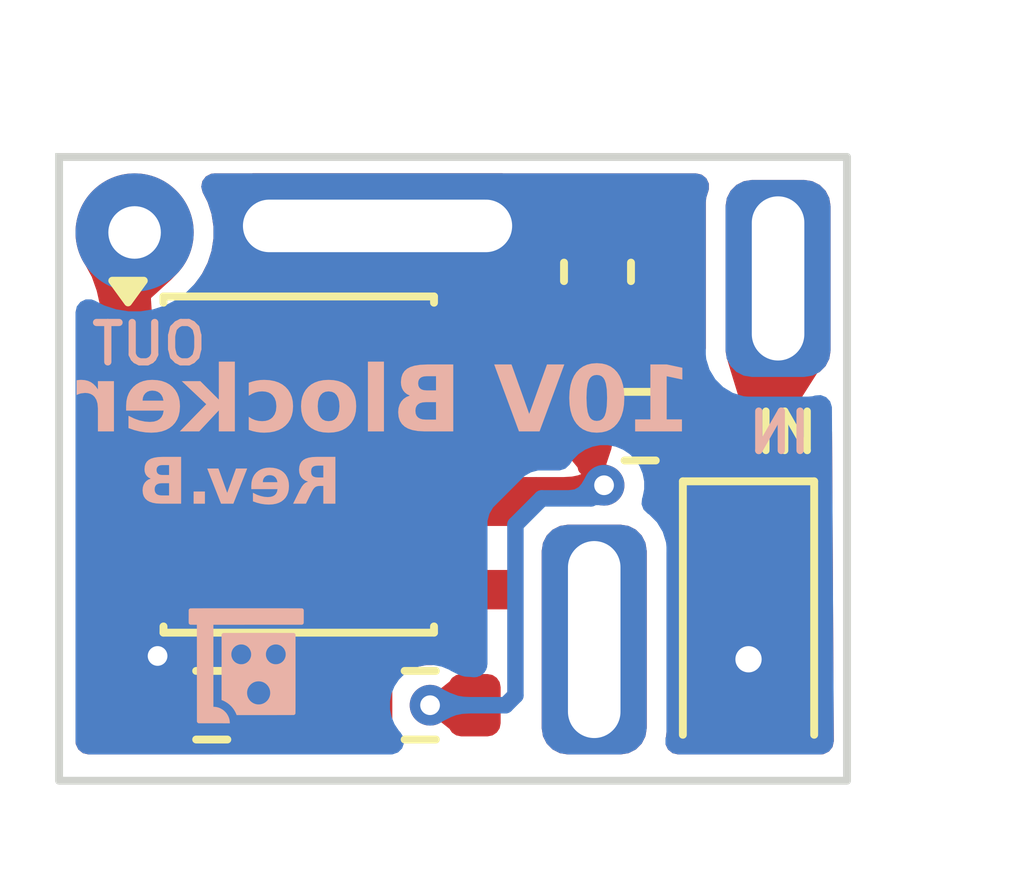
<source format=kicad_pcb>
(kicad_pcb (version 20241229) (generator "pcbnew") (generator_version "9.0")
  (layers (0 "F.Cu" signal) (2 "B.Cu" signal) (13 "F.Paste" user) (15 "B.Paste" user) (5 "F.SilkS" user "F.Silkscreen") (7 "B.SilkS" user "B.Silkscreen") (1 "F.Mask" user) (3 "B.Mask" user) (25 "Edge.Cuts" user))
  (net 0 "")
  (net 1 "GND")
  (net 2 "Net-(D101-K)")
  (net 3 "Net-(U101-Pin_6)")
  (net 4 "Net-(U101-Pin_4)")
  (net 5 "Net-(J102-Pin_1)")
  (footprint "myFoot:MJ-40A" (layer "F.Cu") (at 0 0)
    (property "Reference" "J101")
    (property "Value" "DC_IN" (hide yes))
    (pad "1" thru_hole roundrect (at -0.3 -4.3 270) (size 1.6 4.6) (drill oval 0.8 4.1) (layers "*.Cu" "*.Mask") (net 1 "GND"))
    (pad "2" thru_hole roundrect (at 5.8 -3.5 270) (size 3 1.6) (drill oval 2.5 0.8) (layers "*.Cu" "*.Mask") (net 2 "Net-(D101-K)"))
    (pad "3" thru_hole roundrect (at 3 2) (size 1.6 3.5) (drill oval 0.8 3) (layers "*.Cu" "*.Mask"))
  )
  (footprint "Diode_SMD:D_SOD-123F" (layer "F.Cu") (at 5.35 1.8 -90)
    (property "Reference" "D101" (hide yes))
    (property "Value" "SM4007")
    (fp_line (start -2.21 1) (end 1.65 1) (stroke (width 0.12)) (layer "F.SilkS"))
    (fp_line (start -2.21 -1) (end -2.21 1) (stroke (width 0.12)) (layer "F.SilkS"))
    (fp_line (start -2.21 -1) (end 1.65 -1) (stroke (width 0.12)) (layer "F.SilkS"))
    (pad "1" smd roundrect (at -1.4 0 270) (size 1.1 1.1) (layers "F.Cu" "F.Mask" "F.Paste") (roundrect_rratio 0.2272727273) (net 2 "Net-(D101-K)"))
    (pad "2" smd roundrect (at 1.4 0 270) (size 1.1 1.1) (layers "F.Cu" "F.Mask" "F.Paste") (roundrect_rratio 0.2272727273) (net 1 "GND"))
  )
  (footprint "Package_SO:SOIC-8-1EP_3.9x4.9mm_P1.27mm_EP2.62x3.51mm" (layer "F.Cu") (at -1.5 -0.665 -90)
    (property "Reference" "U101" (hide yes))
    (property "Value" "MX25947ES" (hide yes))
    (fp_line (start -2.56 2.06) (end -2.56 -2.06) (stroke (width 0.12)) (layer "F.SilkS"))
    (fp_line (start -2.465 2.06) (end -2.56 2.06) (stroke (width 0.12)) (layer "F.SilkS"))
    (fp_line (start 2.56 2.06) (end 2.465 2.06) (stroke (width 0.12)) (layer "F.SilkS"))
    (fp_line (start -2.56 -2.06) (end -2.465 -2.06) (stroke (width 0.12)) (layer "F.SilkS"))
    (fp_line (start 2.465 -2.06) (end 2.56 -2.06) (stroke (width 0.12)) (layer "F.SilkS"))
    (fp_line (start 2.56 -2.06) (end 2.56 2.06) (stroke (width 0.12)) (layer "F.SilkS"))
    (fp_poly (pts (xy -2.47 2.6) (xy -2.8 2.84) (xy -2.8 2.36)) (stroke (width 0.12)) (fill yes) (layer "F.SilkS"))
    (pad "1" smd roundrect (at -1.905 2.5) (size 1.8 0.6) (layers "F.Cu" "F.Mask" "F.Paste") (net 5 "Net-(J102-Pin_1)"))
    (pad "2" smd roundrect (at -0.635 2.5) (size 1.8 0.6) (layers "F.Cu" "F.Mask" "F.Paste") (net 5 "Net-(J102-Pin_1)"))
    (pad "3" smd roundrect (at 0.635 2.5) (size 1.8 0.6) (layers "F.Cu" "F.Mask" "F.Paste"))
    (pad "4" smd roundrect (at 1.905 2.5) (size 1.8 0.6) (layers "F.Cu" "F.Mask" "F.Paste") (net 4 "Net-(U101-Pin_4)"))
    (pad "5" smd roundrect (at 1.905 -2.5) (size 1.8 0.6) (layers "F.Cu" "F.Mask" "F.Paste"))
    (pad "6" smd roundrect (at 0.635 -2.5) (size 1.8 0.6) (layers "F.Cu" "F.Mask" "F.Paste") (net 3 "Net-(U101-Pin_6)"))
    (pad "7" smd roundrect (at -0.635 -2.5) (size 1.8 0.6) (layers "F.Cu" "F.Mask" "F.Paste") (net 2 "Net-(D101-K)"))
    (pad "8" smd roundrect (at -1.905 -2.5) (size 1.8 0.6) (layers "F.Cu" "F.Mask" "F.Paste") (net 2 "Net-(D101-K)"))
    (pad "9" smd rect (at 0 0) (size 2.6 3.5) (property pad_prop_heatsink) (layers "F.Cu" "F.Mask") (net 1 "GND"))
  )
  (footprint "Resistor_SMD:R_0603_1608Metric" (layer "F.Cu") (at -2.825 3 180)
    (property "Reference" "R103" (hide yes))
    (property "Value" "33k" (hide yes))
    (fp_line (start -0.237258 0.5225) (end 0.237258 0.5225) (stroke (width 0.12)) (layer "F.SilkS"))
    (fp_line (start -0.237258 -0.5225) (end 0.237258 -0.5225) (stroke (width 0.12)) (layer "F.SilkS"))
    (pad "1" smd roundrect (at -0.825 0 180) (size 0.8 0.95) (layers "F.Cu" "F.Mask" "F.Paste") (net 4 "Net-(U101-Pin_4)"))
    (pad "2" smd roundrect (at 0.825 0 180) (size 0.8 0.95) (layers "F.Cu" "F.Mask" "F.Paste") (net 1 "GND"))
  )
  (footprint "Connector_PinHeader_2.54mm:PinHeader_1x01_P2.54mm_Vertical" (layer "F.Cu") (at -4 -4.2)
    (property "Reference" "J102" (hide yes))
    (property "Value" "OUT" (hide yes))
    (pad "1" thru_hole circle (at 0 0) (size 1.8 1.8) (drill 0.8) (layers "*.Cu" "*.Mask") (net 5 "Net-(J102-Pin_1)"))
  )
  (footprint "Capacitor_SMD:C_0603_1608Metric" (layer "F.Cu") (at 3.05 -3.6 90)
    (property "Reference" "C101" (hide yes))
    (property "Value" "100n")
    (fp_line (start -0.14058 -0.51) (end 0.14058 -0.51) (stroke (width 0.12)) (layer "F.SilkS"))
    (fp_line (start -0.14058 0.51) (end 0.14058 0.51) (stroke (width 0.12)) (layer "F.SilkS"))
    (pad "1" smd roundrect (at -0.775 0 90) (size 0.9 0.95) (layers "F.Cu" "F.Mask" "F.Paste") (net 2 "Net-(D101-K)"))
    (pad "2" smd roundrect (at 0.775 0 90) (size 0.9 0.95) (layers "F.Cu" "F.Mask" "F.Paste") (net 1 "GND"))
  )
  (footprint "Resistor_SMD:R_0603_1608Metric" (layer "F.Cu") (at 0.35 3 180)
    (property "Reference" "R102" (hide yes))
    (property "Value" "22k" (hide yes))
    (fp_line (start -0.237258 0.5225) (end 0.237258 0.5225) (stroke (width 0.12)) (layer "F.SilkS"))
    (fp_line (start -0.237258 -0.5225) (end 0.237258 -0.5225) (stroke (width 0.12)) (layer "F.SilkS"))
    (pad "1" smd roundrect (at -0.825 0 180) (size 0.8 0.95) (layers "F.Cu" "F.Mask" "F.Paste") (net 3 "Net-(U101-Pin_6)"))
    (pad "2" smd roundrect (at 0.825 0 180) (size 0.8 0.95) (layers "F.Cu" "F.Mask" "F.Paste") (net 4 "Net-(U101-Pin_4)"))
  )
  (footprint "Resistor_SMD:R_0603_1608Metric" (layer "F.Cu") (at 3.7 -1.25 180)
    (property "Reference" "R101" (hide yes))
    (property "Value" "200k")
    (fp_line (start -0.237258 0.5225) (end 0.237258 0.5225) (stroke (width 0.12)) (layer "F.SilkS"))
    (fp_line (start -0.237258 -0.5225) (end 0.237258 -0.5225) (stroke (width 0.12)) (layer "F.SilkS"))
    (pad "1" smd roundrect (at -0.825 0 180) (size 0.8 0.95) (layers "F.Cu" "F.Mask" "F.Paste") (net 2 "Net-(D101-K)"))
    (pad "2" smd roundrect (at 0.825 0 180) (size 0.8 0.95) (layers "F.Cu" "F.Mask" "F.Paste") (net 3 "Net-(U101-Pin_6)"))
  )
  (footprint "myFoot:kanen_logo" (layer "B.Cu") (at -2.3 2.4 180)
    (property "Reference" "G***" (hide yes))
    (property "Value" "LOGO" (hide yes))
    (fp_poly (pts (xy 0.149158 0.876373) (xy 0.194696 0.876372) (xy 0.238219 0.876371) (xy 0.279775 0.876368) (xy 0.319408 0.876365) (xy 0.357165 0.876361) (xy 0.393091 0.876356) (xy 0.427232 0.87635) (xy 0.459635 0.876343) (xy 0.490345 0.876334) (xy 0.519407 0.876324) (xy 0.546869 0.876313) (xy 0.572776 0.876299) (xy 0.597173 0.876284) (xy 0.620107 0.876267) (xy 0.641624 0.876248) (xy 0.661769 0.876227) (xy 0.680588 0.876204) (xy 0.698128 0.876178) (xy 0.714434 0.87615) (xy 0.729551 0.876119) (xy 0.743527 0.876085) (xy 0.756407 0.876049) (xy 0.768237 0.87601) (xy 0.779062 0.875967) (xy 0.788929 0.875922) (xy 0.797883 0.875873) (xy 0.805971 0.875821) (xy 0.813238 0.875765) (xy 0.81973 0.875706) (xy 0.825493 0.875643) (xy 0.830574 0.875577) (xy 0.835017 0.875506) (xy 0.838869 0.875431) (xy 0.842176 0.875352) (xy 0.844983 0.875269) (xy 0.847337 0.875181) (xy 0.849284 0.875089) (xy 0.850868 0.874993) (xy 0.852137 0.874891) (xy 0.853136 0.874785) (xy 0.853912 0.874674) (xy 0.854509 0.874557) (xy 0.854974 0.874436) (xy 0.855352 0.874309) (xy 0.855463 0.874267) (xy 0.861452 0.871) (xy 0.867096 0.86621) (xy 0.871712 0.860546) (xy 0.873782 0.856829) (xy 0.876373 0.851099) (xy 0.876689 0.751099) (xy 0.876748 0.73351) (xy 0.876801 0.71798) (xy 0.876837 0.704371) (xy 0.876846 0.692542) (xy 0.87682 0.682357) (xy 0.876747 0.673676) (xy 0.876617 0.666361) (xy 0.876422 0.660272) (xy 0.876151 0.655271) (xy 0.875793 0.65122) (xy 0.87534 0.647979) (xy 0.87478 0.64541) (xy 0.874105 0.643375) (xy 0.873304 0.641733) (xy 0.872368 0.640348) (xy 0.871285 0.639079) (xy 0.870048 0.637789) (xy 0.868644 0.636338) (xy 0.868457 0.636139) (xy 0.864786 0.632823) (xy 0.860512 0.629815) (xy 0.857927 0.628415) (xy 0.856546 0.627807) (xy 0.8552 0.6273) (xy 0.853678 0.626885) (xy 0.851773 0.62655) (xy 0.849274 0.626285) (xy 0.845974 0.626078) (xy 0.841662 0.625919) (xy 0.836129 0.625796) (xy 0.829167 0.625698) (xy 0.820567 0.625616) (xy 0.810119 0.625537) (xy 0.801927 0.62548) (xy 0.751658 0.625135) (xy 0.751378 -0.112432) (xy 0.751098 -0.85) (xy 0.748562 -0.855603) (xy 0.7446 -0.86202) (xy 0.739078 -0.867732) (xy 0.732629 -0.872106) (xy 0.731318 -0.872749) (xy 0.725824 -0.875274) (xy 0.487473 -0.875566) (xy 0.249123 -0.875858) (xy 0.249764 -0.860731) (xy 0.251811 -0.838235) (xy 0.256013 -0.816055) (xy 0.262343 -0.794271) (xy 0.270769 -0.77296) (xy 0.281264 -0.752202) (xy 0.293799 -0.732074) (xy 0.301419 -0.721477) (xy 0.305529 -0.716421) (xy 0.310928 -0.710359) (xy 0.317213 -0.703691) (xy 0.323984 -0.696818) (xy 0.33084 -0.690141) (xy 0.337381 -0.68406) (xy 0.343206 -0.678977) (xy 0.346751 -0.676144) (xy 0.366455 -0.662555) (xy 0.386851 -0.650968) (xy 0.407848 -0.641419) (xy 0.429357 -0.633941) (xy 0.451286 -0.628567) (xy 0.473545 -0.62533) (xy 0.485439 -0.624494) (xy 0.5 -0.623846) (xy 0.5 0.000708) (xy 0.5 0.625263) (xy -0.17555 0.625544) (xy -0.851099 0.625825) (xy -0.856829 0.628415) (xy -0.862712 0.632038) (xy -0.868127 0.637116) (xy -0.872427 0.642967) (xy -0.874267 0.646735) (xy -0.874629 0.647744) (xy -0.874946 0.64887) (xy -0.875223 0.650255) (xy -0.875462 0.652039) (xy -0.875665 0.654364) (xy -0.875835 0.65737) (xy -0.875976 0.661197) (xy -0.87609 0.665987) (xy -0.87618 0.671881) (xy -0.876249 0.679019) (xy -0.876299 0.687542) (xy -0.876334 0.69759) (xy -0.876356 0.709306) (xy -0.876368 0.722829) (xy -0.876373 0.738301) (xy -0.876374 0.751649) (xy -0.876374 0.851099) (xy -0.873783 0.856829) (xy -0.870161 0.862712) (xy -0.865083 0.868127) (xy -0.859232 0.872427) (xy -0.855464 0.874267) (xy -0.855103 0.874396) (xy -0.854671 0.874519) (xy -0.854121 0.874637) (xy -0.853408 0.87475) (xy -0.852486 0.874858) (xy -0.851308 0.874961) (xy -0.84983 0.875059) (xy -0.848005 0.875152) (xy -0.845786 0.875241) (xy -0.843129 0.875326) (xy -0.839988 0.875406) (xy -0.836315 0.875482) (xy -0.832067 0.875554) (xy -0.827196 0.875622) (xy -0.821656 0.875686) (xy -0.815403 0.875747) (xy -0.808389 0.875804) (xy -0.80057 0.875857) (xy -0.791898 0.875907) (xy -0.782329 0.875953) (xy -0.771816 0.875996) (xy -0.760314 0.876037) (xy -0.747776 0.876074) (xy -0.734156 0.876108) (xy -0.71941 0.87614) (xy -0.70349 0.876169) (xy -0.686351 0.876196) (xy -0.667947 0.87622) (xy -0.648232 0.876242) (xy -0.62716 0.876261) (xy -0.604686 0.876279) (xy -0.580763 0.876295) (xy -0.555345 0.876309) (xy -0.528387 0.876321) (xy -0.499843 0.876331) (xy -0.469666 0.87634) (xy -0.437811 0.876348) (xy -0.404232 0.876355) (xy -0.368884 0.87636) (xy -0.331719 0.876364) (xy -0.292693 0.876367) (xy -0.251759 0.87637) (xy -0.208871 0.876372) (xy -0.163984 0.876373) (xy -0.117052 0.876374) (xy -0.068028 0.876374) (xy -0.016867 0.876374) (xy 0 0.876374) (xy 0.051855 0.876374) (xy 0.10156 0.876374)) (fill yes) (layer "B.SilkS"))
    (fp_poly (pts (xy -0.10807 0.501648) (xy -0.071301 0.501647) (xy -0.036555 0.501645) (xy -0.003775 0.501642) (xy 0.027096 0.501638) (xy 0.056118 0.501632) (xy 0.083348 0.501624) (xy 0.108844 0.501614) (xy 0.132664 0.501603) (xy 0.154866 0.501588) (xy 0.175508 0.501572) (xy 0.194648 0.501552) (xy 0.212344 0.501529) (xy 0.228653 0.501503) (xy 0.243635 0.501473) (xy 0.257346 0.501439) (xy 0.269845 0.501402) (xy 0.28119 0.50136) (xy 0.291439 0.501314) (xy 0.30065 0.501263) (xy 0.30888 0.501207) (xy 0.316188 0.501146) (xy 0.322632 0.50108) (xy 0.32827 0.501008) (xy 0.333159 0.500931) (xy 0.337358 0.500847) (xy 0.340924 0.500757) (xy 0.343916 0.50066) (xy 0.346392 0.500557) (xy 0.348409 0.500447) (xy 0.350025 0.50033) (xy 0.3513 0.500205) (xy 0.352289 0.500073) (xy 0.353052 0.499933) (xy 0.353647 0.499785) (xy 0.354131 0.499629) (xy 0.354364 0.499542) (xy 0.360353 0.496275) (xy 0.365997 0.491485) (xy 0.370613 0.48582) (xy 0.372684 0.482104) (xy 0.375274 0.476374) (xy 0.375557 -0.022528) (xy 0.37584 -0.52143) (xy 0.368414 -0.524015) (xy 0.361497 -0.52663) (xy 0.35327 -0.530074) (xy 0.344327 -0.534079) (xy 0.335261 -0.538377) (xy 0.326668 -0.5427) (xy 0.324522 -0.543828) (xy 0.29991 -0.558135) (xy 0.27651 -0.574238) (xy 0.254421 -0.592036) (xy 0.233744 -0.611432) (xy 0.214578 -0.632323) (xy 0.197024 -0.654612) (xy 0.18118 -0.678198) (xy 0.169102 -0.699247) (xy 0.164822 -0.707607) (xy 0.160494 -0.716598) (xy 0.156386 -0.725627) (xy 0.152766 -0.7341) (xy 0.149903 -0.741423) (xy 0.149293 -0.743131) (xy 0.14671 -0.750549) (xy -0.286261 -0.75042) (xy -0.317032 -0.750408) (xy -0.347264 -0.750393) (xy -0.376882 -0.750374) (xy -0.40581 -0.750351) (xy -0.433972 -0.750325) (xy -0.461294 -0.750295) (xy -0.487701 -0.750262) (xy -0.513117 -0.750226) (xy -0.537466 -0.750187) (xy -0.560674 -0.750146) (xy -0.582665 -0.750102) (xy -0.603364 -0.750056) (xy -0.622695 -0.750007) (xy -0.640585 -0.749957) (xy -0.656956 -0.749904) (xy -0.671734 -0.74985) (xy -0.684844 -0.749795) (xy -0.69621 -0.749738) (xy -0.705757 -0.74968) (xy -0.71341 -0.749622) (xy -0.719093 -0.749562) (xy -0.722732 -0.749502) (xy -0.724251 -0.749441) (xy -0.724264 -0.749439) (xy -0.73176 -0.747103) (xy -0.738564 -0.742934) (xy -0.744254 -0.737281) (xy -0.748407 -0.730492) (xy -0.749005 -0.729056) (xy -0.749157 -0.72863) (xy -0.749301 -0.728122) (xy -0.749437 -0.727476) (xy -0.749567 -0.726637) (xy -0.74969 -0.725552) (xy -0.749806 -0.724165) (xy -0.749915 -0.722421) (xy -0.750018 -0.720266) (xy -0.750115 -0.717644) (xy -0.750206 -0.714502) (xy -0.750291 -0.710784) (xy -0.750371 -0.706436) (xy -0.750445 -0.701402) (xy -0.750514 -0.695628) (xy -0.750578 -0.68906) (xy -0.750637 -0.681642) (xy -0.750691 -0.673319) (xy -0.750741 -0.664038) (xy -0.750787 -0.653742) (xy -0.750829 -0.642378) (xy -0.750867 -0.629891) (xy -0.750901 -0.616225) (xy -0.750932 -0.601326) (xy -0.750959 -0.58514) (xy -0.750983 -0.567611) (xy -0.751004 -0.548684) (xy -0.751023 -0.528306) (xy -0.751039 -0.506421) (xy -0.751052 -0.482974) (xy -0.751064 -0.457911) (xy -0.751073 -0.431176) (xy -0.75108 -0.405752) (xy -0.364849 -0.405752) (xy -0.364774 -0.422441) (xy -0.363235 -0.438556) (xy -0.362682 -0.44205) (xy -0.358374 -0.460817) (xy -0.352036 -0.478904) (xy -0.34377 -0.49616) (xy -0.333678 -0.512437) (xy -0.321861 -0.527585) (xy -0.308422 -0.541453) (xy -0.293464 -0.553893) (xy -0.28022 -0.56287) (xy -0.267382 -0.569885) (xy -0.253177 -0.576096) (xy -0.238376 -0.581213) (xy -0.223749 -0.584943) (xy -0.21985 -0.585688) (xy -0.210047 -0.586974) (xy -0.198871 -0.587704) (xy -0.187072 -0.587879) (xy -0.175402 -0.587498) (xy -0.164615 -0.586559) (xy -0.159049 -0.585758) (xy -0.140282 -0.58145) (xy -0.122195 -0.575112) (xy -0.104938 -0.566846) (xy -0.088661 -0.556753) (xy -0.073514 -0.544937) (xy -0.059646 -0.531498) (xy -0.047206 -0.51654) (xy -0.038229 -0.503296) (xy -0.02916 -0.48648) (xy -0.022111 -0.468813) (xy -0.017093 -0.450331) (xy -0.014116 -0.431073) (xy -0.013187 -0.412087) (xy -0.014211 -0.392056) (xy -0.017278 -0.372831) (xy -0.022386 -0.354421) (xy -0.029531 -0.336836) (xy -0.038709 -0.320085) (xy -0.049916 -0.304177) (xy -0.062574 -0.289714) (xy -0.077138 -0.276146) (xy -0.092722 -0.264519) (xy -0.109269 -0.254855) (xy -0.126721 -0.24718) (xy -0.14502 -0.241518) (xy -0.164108 -0.237892) (xy -0.183928 -0.236329) (xy -0.189011 -0.236263) (xy -0.209006 -0.237305) (xy -0.228283 -0.240415) (xy -0.246786 -0.245568) (xy -0.264456 -0.252741) (xy -0.281235 -0.261907) (xy -0.297067 -0.273044) (xy -0.311893 -0.286127) (xy -0.315449 -0.289714) (xy -0.326976 -0.302668) (xy -0.336719 -0.315932) (xy -0.344958 -0.329977) (xy -0.351979 -0.34527) (xy -0.356705 -0.358114) (xy -0.360772 -0.373002) (xy -0.363501 -0.389077) (xy -0.364849 -0.405752) (xy -0.75108 -0.405752) (xy -0.751081 -0.402716) (xy -0.751087 -0.372475) (xy -0.751091 -0.340398) (xy -0.751095 -0.306431) (xy -0.751097 -0.27052) (xy -0.751098 -0.232608) (xy -0.751099 -0.192642) (xy -0.751099 -0.150566) (xy -0.751099 -0.123626) (xy -0.751099 0.175684) (xy -0.601056 0.175684) (xy -0.600966 0.167468) (xy -0.600641 0.159871) (xy -0.600081 0.153597) (xy -0.599918 0.152409) (xy -0.597322 0.139852) (xy -0.593295 0.126604) (xy -0.588109 0.113363) (xy -0.582035 0.10083) (xy -0.575973 0.090643) (xy -0.567745 0.07963) (xy -0.557921 0.068823) (xy -0.547071 0.058793) (xy -0.535766 0.050107) (xy -0.534292 0.049105) (xy -0.522847 0.042337) (xy -0.509975 0.036251) (xy -0.496413 0.031139) (xy -0.482896 0.027295) (xy -0.475825 0.025841) (xy -0.470275 0.025145) (xy -0.46318 0.024657) (xy -0.455184 0.024383) (xy -0.446931 0.024328) (xy -0.439065 0.024501) (xy -0.432229 0.024907) (xy -0.428233 0.025358) (xy -0.415975 0.027884) (xy -0.402997 0.03179) (xy -0.390023 0.036797) (xy -0.377774 0.042625) (xy -0.366971 0.048997) (xy -0.366808 0.049105) (xy -0.355487 0.057574) (xy -0.344545 0.067462) (xy -0.334555 0.0782) (xy -0.326087 0.089218) (xy -0.325127 0.090643) (xy -0.318481 0.101926) (xy -0.312477 0.114552) (xy -0.307386 0.127822) (xy -0.303478 0.141036) (xy -0.301182 0.152409) (xy -0.300568 0.158278) (xy -0.300188 0.165631) (xy -0.300044 0.173767) (xy -0.300065 0.175684) (xy -0.074682 0.175684) (xy -0.074592 0.167468) (xy -0.074267 0.159871) (xy -0.073707 0.153597) (xy -0.073544 0.152409) (xy -0.070948 0.139852) (xy -0.066921 0.126604) (xy -0.061735 0.113363) (xy -0.055662 0.10083) (xy -0.0496 0.090643) (xy -0.041372 0.07963) (xy -0.031547 0.068823) (xy -0.020697 0.058793) (xy -0.009393 0.050107) (xy -0.007918 0.049105) (xy 0.003527 0.042337) (xy 0.016399 0.036251) (xy 0.029961 0.031139) (xy 0.043477 0.027295) (xy 0.050549 0.025841) (xy 0.056099 0.025145) (xy 0.063194 0.024657) (xy 0.07119 0.024383) (xy 0.079443 0.024328) (xy 0.087309 0.024501) (xy 0.094145 0.024907) (xy 0.098141 0.025358) (xy 0.110399 0.027884) (xy 0.123376 0.03179) (xy 0.136351 0.036797) (xy 0.1486 0.042625) (xy 0.159402 0.048997) (xy 0.159566 0.049105) (xy 0.170887 0.057574) (xy 0.181829 0.067462) (xy 0.191819 0.0782) (xy 0.200287 0.089218) (xy 0.201247 0.090643) (xy 0.207893 0.101926) (xy 0.213897 0.114552) (xy 0.218988 0.127822) (xy 0.222895 0.141036) (xy 0.225192 0.152409) (xy 0.225806 0.158278) (xy 0.226185 0.165631) (xy 0.22633 0.173767) (xy 0.226239 0.181984) (xy 0.225914 0.18958) (xy 0.225354 0.195855) (xy 0.225192 0.197043) (xy 0.222595 0.2096) (xy 0.218569 0.222848) (xy 0.213383 0.236088) (xy 0.207309 0.248621) (xy 0.201247 0.258809) (xy 0.193019 0.269822) (xy 0.183194 0.280628) (xy 0.172344 0.290659) (xy 0.16104 0.299345) (xy 0.159566 0.300346) (xy 0.148793 0.306724) (xy 0.136562 0.312564) (xy 0.123594 0.317587) (xy 0.110611 0.321513) (xy 0.098335 0.324064) (xy 0.098141 0.324094) (xy 0.092271 0.324708) (xy 0.084918 0.325087) (xy 0.076782 0.325232) (xy 0.068566 0.325142) (xy 0.060969 0.324816) (xy 0.054695 0.324257) (xy 0.053507 0.324094) (xy 0.041248 0.321568) (xy 0.028271 0.317662) (xy 0.015297 0.312655) (xy 0.003047 0.306826) (xy -0.007755 0.300455) (xy -0.007918 0.300346) (xy -0.01924 0.291877) (xy -0.030181 0.281989) (xy -0.040172 0.271252) (xy -0.04864 0.260233) (xy -0.0496 0.258809) (xy -0.056245 0.247526) (xy -0.062249 0.234899) (xy -0.067341 0.221629) (xy -0.071248 0.208415) (xy -0.073544 0.197043) (xy -0.074158 0.191173) (xy -0.074538 0.18382) (xy -0.074682 0.175684) (xy -0.300065 0.175684) (xy -0.300134 0.181984) (xy -0.300459 0.18958) (xy -0.301019 0.195855) (xy -0.301182 0.197043) (xy -0.303778 0.2096) (xy -0.307805 0.222848) (xy -0.312991 0.236088) (xy -0.319065 0.248621) (xy -0.325127 0.258809) (xy -0.333355 0.269822) (xy -0.343179 0.280628) (xy -0.354029 0.290659) (xy -0.365334 0.299345) (xy -0.366808 0.300346) (xy -0.37758 0.306724) (xy -0.389811 0.312564) (xy -0.40278 0.317587) (xy -0.415763 0.321513) (xy -0.428039 0.324064) (xy -0.428233 0.324094) (xy -0.434102 0.324708) (xy -0.441456 0.325087) (xy -0.449591 0.325232) (xy -0.457808 0.325142) (xy -0.465404 0.324816) (xy -0.471679 0.324257) (xy -0.472867 0.324094) (xy -0.485125 0.321568) (xy -0.498103 0.317662) (xy -0.511077 0.312655) (xy -0.523326 0.306826) (xy -0.534129 0.300455) (xy -0.534292 0.300346) (xy -0.545613 0.291877) (xy -0.556555 0.281989) (xy -0.566545 0.271252) (xy -0.575013 0.260233) (xy -0.575973 0.258809) (xy -0.582619 0.247526) (xy -0.588623 0.234899) (xy -0.593714 0.221629) (xy -0.597622 0.208415) (xy -0.599918 0.197043) (xy -0.600532 0.191173) (xy -0.600911 0.18382) (xy -0.601056 0.175684) (xy -0.751099 0.175684) (xy -0.751099 0.476374) (xy -0.748509 0.482104) (xy -0.744886 0.487986) (xy -0.739808 0.493402) (xy -0.733957 0.497701) (xy -0.730189 0.499542) (xy -0.729741 0.499703) (xy -0.729212 0.499855) (xy -0.728546 0.499999) (xy -0.727684 0.500136) (xy -0.726569 0.500264) (xy -0.725143 0.500386) (xy -0.723346 0.500499) (xy -0.721123 0.500606) (xy -0.718413 0.500706) (xy -0.715161 0.5008) (xy -0.711306 0.500887) (xy -0.706793 0.500967) (xy -0.701562 0.501042) (xy -0.695555 0.501112) (xy -0.688716 0.501175) (xy -0.680985 0.501234) (xy -0.672304 0.501287) (xy -0.662616 0.501336) (xy -0.651864 0.50138) (xy -0.639987 0.50142) (xy -0.62693 0.501456) (xy -0.612633 0.501487) (xy -0.597039 0.501515) (xy -0.58009 0.50154) (xy -0.561728 0.501561) (xy -0.541895 0.50158) (xy -0.520533 0.501595) (xy -0.497583 0.501608) (xy -0.472989 0.501619) (xy -0.446691 0.501628) (xy -0.418633 0.501635) (xy -0.388755 0.50164) (xy -0.357 0.501644) (xy -0.323311 0.501646) (xy -0.287628 0.501648) (xy -0.249895 0.501649) (xy -0.210053 0.501649) (xy -0.187913 0.501649) (xy -0.146921 0.501649)) (fill yes) (layer "B.SilkS"))
  )
  (gr_rect (start -5.15 -5.35) (end 6.85 4.15) (stroke (width 0.12)) (fill no) (layer "Edge.Cuts"))
  (gr_text "IN" (at 5.4 -0.8 0) (layer "F.SilkS") (effects (font (size 0.6 0.6) (thickness 0.11) (bold yes)) (justify left bottom)))
  (gr_text "Rev.B" (at -2.4 0.05 0) (layer "B.SilkS") (effects (font (size 0.7 0.7) (thickness 0.11) (bold yes)) (justify bottom mirror)))
  (gr_text "OUT" (at -2.85 -2.15 0) (layer "B.SilkS") (effects (font (size 0.6 0.6) (thickness 0.11) (bold yes)) (justify left bottom mirror)))
  (gr_text "10V Blocker" (at 4.5 -1 0) (layer "B.SilkS") (effects (font (size 1 1) (thickness 0.2) (bold yes)) (justify left bottom mirror)))
  (gr_text "IN" (at 6.35 -0.8 0) (layer "B.SilkS") (effects (font (size 0.6 0.6) (thickness 0.11) (bold yes)) (justify left bottom mirror)))
  (segment (start 5.35 3.2) (end 5.35 2.3) (width 0.5) (layer "F.Cu") (net 1))
  (segment (start -3.65 3) (end -3.65 2.25) (width 0.5) (layer "F.Cu") (net 1))
  (via (at -3.65 2.25) (size 0.62) (drill 0.3) (layers "F.Cu" "B.Cu") (net 1))
  (via (at 5.35 2.3) (size 0.8) (drill 0.4) (layers "F.Cu" "B.Cu") (net 1))
  (segment (start 5.3 0.4) (end 5.35 0.4) (width 0.5) (layer "F.Cu") (net 2))
  (segment (start 0.42 -2.57) (end 0.35 -2.5) (width 0.5) (layer "F.Cu") (net 2))
  (segment (start 4.525 -1.25) (end 4.525 -1.325) (width 0.5) (layer "F.Cu") (net 2))
  (segment (start 0.95 -1.35) (end 1 -1.3) (width 0.5) (layer "F.Cu") (net 2))
  (segment (start 3.05 -2.825) (end 2.325 -2.825) (width 0.5) (layer "F.Cu") (net 2))
  (segment (start 5.8 -3.5) (end 5.8 -3.1) (width 0.5) (layer "F.Cu") (net 2))
  (segment (start 2.325 -2.825) (end 2.07 -2.57) (width 0.5) (layer "F.Cu") (net 2))
  (segment (start 5.6 -3.3) (end 5.8 -3.5) (width 0.5) (layer "F.Cu") (net 2))
  (segment (start 5.6 0.15) (end 5.6 -3.3) (width 0.5) (layer "F.Cu") (net 2))
  (segment (start 0.35 -2.5) (end 0.35 -1.35) (width 0.5) (layer "F.Cu") (net 2))
  (segment (start 0.35 -1.35) (end 0.95 -1.35) (width 0.5) (layer "F.Cu") (net 2))
  (segment (start 4.525 -1.325) (end 3.05 -2.8) (width 0.5) (layer "F.Cu") (net 2))
  (segment (start 5.35 0.4) (end 5.6 0.15) (width 0.5) (layer "F.Cu") (net 2))
  (segment (start 3.05 -2.8) (end 3.05 -2.825) (width 0.5) (layer "F.Cu") (net 2))
  (segment (start 4.525 -0.375) (end 5.3 0.4) (width 0.5) (layer "F.Cu") (net 2))
  (segment (start 4.525 -1.25) (end 4.525 -0.375) (width 0.5) (layer "F.Cu") (net 2))
  (segment (start 1 -2.57) (end 0.42 -2.57) (width 0.5) (layer "F.Cu") (net 2))
  (segment (start 2.07 -2.57) (end 1 -2.57) (width 0.5) (layer "F.Cu") (net 2))
  (segment (start 1.63 -0.03) (end 1.95 -0.35) (width 0.25) (layer "F.Cu") (net 3))
  (segment (start 2.875 -1.25) (end 2.875 -0.625) (width 0.25) (layer "F.Cu") (net 3))
  (segment (start 1.175 3) (end 0.5 3) (width 0.25) (layer "F.Cu") (net 3))
  (segment (start 2.875 -0.625) (end 3.15 -0.35) (width 0.25) (layer "F.Cu") (net 3))
  (segment (start 1 -0.03) (end 1.63 -0.03) (width 0.25) (layer "F.Cu") (net 3))
  (segment (start 1.95 -0.35) (end 3.15 -0.35) (width 0.25) (layer "F.Cu") (net 3))
  (via (at 3.15 -0.35) (size 0.62) (drill 0.3) (layers "F.Cu" "B.Cu") (net 3))
  (via (at 0.5 3) (size 0.62) (drill 0.3) (layers "F.Cu" "B.Cu") (net 3))
  (segment (start 1.65 3) (end 0.5 3) (width 0.25) (layer "B.Cu") (net 3))
  (segment (start 1.8 2.85) (end 1.65 3) (width 0.25) (layer "B.Cu") (net 3))
  (segment (start 1.8 0.25) (end 1.8 2.85) (width 0.25) (layer "B.Cu") (net 3))
  (segment (start 1.8 0.25) (end 2.2 -0.15) (width 0.25) (layer "B.Cu") (net 3))
  (segment (start 2.2 -0.15) (end 2.95 -0.15) (width 0.25) (layer "B.Cu") (net 3))
  (segment (start 3.15 -0.35) (end 2.95 -0.15) (width 0.25) (layer "B.Cu") (net 3))
  (segment (start -2.85 2.15) (end -2 3) (width 0.25) (layer "F.Cu") (net 4))
  (segment (start -4 1.24) (end -3.36 1.24) (width 0.25) (layer "F.Cu") (net 4))
  (segment (start -3.36 1.24) (end -2.85 1.75) (width 0.25) (layer "F.Cu") (net 4))
  (segment (start -2.85 1.75) (end -2.85 2.15) (width 0.25) (layer "F.Cu") (net 4))
  (segment (start -2 3) (end -0.475 3) (width 0.25) (layer "F.Cu") (net 4))
  (segment (start -4 -1.3) (end -3.35 -1.3) (width 0.5) (layer "F.Cu") (net 5))
  (segment (start -4 -4.2) (end -4 -2.57) (width 0.5) (layer "F.Cu") (net 5))
  (segment (start -3.35 -1.3) (end -3.35 -2.6) (width 0.5) (layer "F.Cu") (net 5))
  (segment (start -3.38 -2.57) (end -3.35 -2.6) (width 0.5) (layer "F.Cu") (net 5))
  (segment (start -4 -2.57) (end -3.38 -2.57) (width 0.5) (layer "F.Cu") (net 5))
  (zone (net 1) (net_name "GND") (layers "F.Cu" "B.Cu") (connect_pads yes (clearance 0.3)) (min_thickness 0.4) (fill yes (thermal_gap 0.5) (thermal_bridge_width 0.5))
    (polygon (pts (xy -4.9 -5.1) (xy -4.9 3.75) (xy 6.65 3.75) (xy 6.6 -5.1)))
  )
)
</source>
